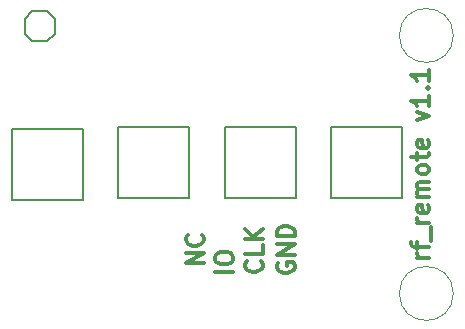
<source format=gbr>
G04 #@! TF.FileFunction,Legend,Top*
%FSLAX46Y46*%
G04 Gerber Fmt 4.6, Leading zero omitted, Abs format (unit mm)*
G04 Created by KiCad (PCBNEW 4.0.7-e2-6376~61~ubuntu18.04.1) date Tue Jul 31 19:09:39 2018*
%MOMM*%
%LPD*%
G01*
G04 APERTURE LIST*
%ADD10C,0.100000*%
%ADD11C,0.300000*%
%ADD12C,0.150000*%
%ADD13C,0.120000*%
%ADD14C,0.203200*%
G04 APERTURE END LIST*
D10*
D11*
X113478571Y-84092856D02*
X112478571Y-84092856D01*
X112764286Y-84092856D02*
X112621429Y-84021428D01*
X112550000Y-83949999D01*
X112478571Y-83807142D01*
X112478571Y-83664285D01*
X112478571Y-83378571D02*
X112478571Y-82807142D01*
X113478571Y-83164285D02*
X112192857Y-83164285D01*
X112050000Y-83092857D01*
X111978571Y-82949999D01*
X111978571Y-82807142D01*
X113621429Y-82664285D02*
X113621429Y-81521428D01*
X113478571Y-81164285D02*
X112478571Y-81164285D01*
X112764286Y-81164285D02*
X112621429Y-81092857D01*
X112550000Y-81021428D01*
X112478571Y-80878571D01*
X112478571Y-80735714D01*
X113407143Y-79664286D02*
X113478571Y-79807143D01*
X113478571Y-80092857D01*
X113407143Y-80235714D01*
X113264286Y-80307143D01*
X112692857Y-80307143D01*
X112550000Y-80235714D01*
X112478571Y-80092857D01*
X112478571Y-79807143D01*
X112550000Y-79664286D01*
X112692857Y-79592857D01*
X112835714Y-79592857D01*
X112978571Y-80307143D01*
X113478571Y-78950000D02*
X112478571Y-78950000D01*
X112621429Y-78950000D02*
X112550000Y-78878572D01*
X112478571Y-78735714D01*
X112478571Y-78521429D01*
X112550000Y-78378572D01*
X112692857Y-78307143D01*
X113478571Y-78307143D01*
X112692857Y-78307143D02*
X112550000Y-78235714D01*
X112478571Y-78092857D01*
X112478571Y-77878572D01*
X112550000Y-77735714D01*
X112692857Y-77664286D01*
X113478571Y-77664286D01*
X113478571Y-76735714D02*
X113407143Y-76878572D01*
X113335714Y-76950000D01*
X113192857Y-77021429D01*
X112764286Y-77021429D01*
X112621429Y-76950000D01*
X112550000Y-76878572D01*
X112478571Y-76735714D01*
X112478571Y-76521429D01*
X112550000Y-76378572D01*
X112621429Y-76307143D01*
X112764286Y-76235714D01*
X113192857Y-76235714D01*
X113335714Y-76307143D01*
X113407143Y-76378572D01*
X113478571Y-76521429D01*
X113478571Y-76735714D01*
X112478571Y-75807143D02*
X112478571Y-75235714D01*
X111978571Y-75592857D02*
X113264286Y-75592857D01*
X113407143Y-75521429D01*
X113478571Y-75378571D01*
X113478571Y-75235714D01*
X113407143Y-74164286D02*
X113478571Y-74307143D01*
X113478571Y-74592857D01*
X113407143Y-74735714D01*
X113264286Y-74807143D01*
X112692857Y-74807143D01*
X112550000Y-74735714D01*
X112478571Y-74592857D01*
X112478571Y-74307143D01*
X112550000Y-74164286D01*
X112692857Y-74092857D01*
X112835714Y-74092857D01*
X112978571Y-74807143D01*
X112478571Y-72450000D02*
X113478571Y-72092857D01*
X112478571Y-71735715D01*
X113478571Y-70378572D02*
X113478571Y-71235715D01*
X113478571Y-70807143D02*
X111978571Y-70807143D01*
X112192857Y-70950000D01*
X112335714Y-71092858D01*
X112407143Y-71235715D01*
X113335714Y-69735715D02*
X113407143Y-69664287D01*
X113478571Y-69735715D01*
X113407143Y-69807144D01*
X113335714Y-69735715D01*
X113478571Y-69735715D01*
X113478571Y-68235715D02*
X113478571Y-69092858D01*
X113478571Y-68664286D02*
X111978571Y-68664286D01*
X112192857Y-68807143D01*
X112335714Y-68950001D01*
X112407143Y-69092858D01*
X94378571Y-84578571D02*
X92878571Y-84578571D01*
X94378571Y-83721428D01*
X92878571Y-83721428D01*
X94235714Y-82149999D02*
X94307143Y-82221428D01*
X94378571Y-82435714D01*
X94378571Y-82578571D01*
X94307143Y-82792856D01*
X94164286Y-82935714D01*
X94021429Y-83007142D01*
X93735714Y-83078571D01*
X93521429Y-83078571D01*
X93235714Y-83007142D01*
X93092857Y-82935714D01*
X92950000Y-82792856D01*
X92878571Y-82578571D01*
X92878571Y-82435714D01*
X92950000Y-82221428D01*
X93021429Y-82149999D01*
X96878571Y-85285714D02*
X95378571Y-85285714D01*
X95378571Y-84285714D02*
X95378571Y-84000000D01*
X95450000Y-83857142D01*
X95592857Y-83714285D01*
X95878571Y-83642857D01*
X96378571Y-83642857D01*
X96664286Y-83714285D01*
X96807143Y-83857142D01*
X96878571Y-84000000D01*
X96878571Y-84285714D01*
X96807143Y-84428571D01*
X96664286Y-84571428D01*
X96378571Y-84642857D01*
X95878571Y-84642857D01*
X95592857Y-84571428D01*
X95450000Y-84428571D01*
X95378571Y-84285714D01*
X99235714Y-84392857D02*
X99307143Y-84464286D01*
X99378571Y-84678572D01*
X99378571Y-84821429D01*
X99307143Y-85035714D01*
X99164286Y-85178572D01*
X99021429Y-85250000D01*
X98735714Y-85321429D01*
X98521429Y-85321429D01*
X98235714Y-85250000D01*
X98092857Y-85178572D01*
X97950000Y-85035714D01*
X97878571Y-84821429D01*
X97878571Y-84678572D01*
X97950000Y-84464286D01*
X98021429Y-84392857D01*
X99378571Y-83035714D02*
X99378571Y-83750000D01*
X97878571Y-83750000D01*
X99378571Y-82535714D02*
X97878571Y-82535714D01*
X99378571Y-81678571D02*
X98521429Y-82321428D01*
X97878571Y-81678571D02*
X98735714Y-82535714D01*
X100650000Y-84542857D02*
X100578571Y-84685714D01*
X100578571Y-84900000D01*
X100650000Y-85114285D01*
X100792857Y-85257143D01*
X100935714Y-85328571D01*
X101221429Y-85400000D01*
X101435714Y-85400000D01*
X101721429Y-85328571D01*
X101864286Y-85257143D01*
X102007143Y-85114285D01*
X102078571Y-84900000D01*
X102078571Y-84757143D01*
X102007143Y-84542857D01*
X101935714Y-84471428D01*
X101435714Y-84471428D01*
X101435714Y-84757143D01*
X102078571Y-83828571D02*
X100578571Y-83828571D01*
X102078571Y-82971428D01*
X100578571Y-82971428D01*
X102078571Y-82257142D02*
X100578571Y-82257142D01*
X100578571Y-81899999D01*
X100650000Y-81685714D01*
X100792857Y-81542856D01*
X100935714Y-81471428D01*
X101221429Y-81399999D01*
X101435714Y-81399999D01*
X101721429Y-81471428D01*
X101864286Y-81542856D01*
X102007143Y-81685714D01*
X102078571Y-81899999D01*
X102078571Y-82257142D01*
D12*
X96190000Y-79000000D02*
X102190000Y-79000000D01*
X102190000Y-79000000D02*
X102190000Y-73000000D01*
X102190000Y-73000000D02*
X96190000Y-73000000D01*
X96190000Y-73000000D02*
X96190000Y-79000000D01*
D13*
X115519200Y-65278000D02*
G75*
G03X115519200Y-65278000I-2286000J0D01*
G01*
D14*
X81788000Y-63881000D02*
X81153000Y-63246000D01*
X81153000Y-63246000D02*
X79883000Y-63246000D01*
X79883000Y-63246000D02*
X79248000Y-63881000D01*
X79248000Y-63881000D02*
X79248000Y-65151000D01*
X79248000Y-65151000D02*
X79883000Y-65786000D01*
X79883000Y-65786000D02*
X81153000Y-65786000D01*
X81153000Y-65786000D02*
X81788000Y-65151000D01*
X81788000Y-65151000D02*
X81788000Y-63881000D01*
D13*
X115519200Y-87122000D02*
G75*
G03X115519200Y-87122000I-2286000J0D01*
G01*
D12*
X78156000Y-79203000D02*
X84156000Y-79203000D01*
X84156000Y-79203000D02*
X84156000Y-73203000D01*
X84156000Y-73203000D02*
X78156000Y-73203000D01*
X78156000Y-73203000D02*
X78156000Y-79203000D01*
X87173000Y-79000000D02*
X93173000Y-79000000D01*
X93173000Y-79000000D02*
X93173000Y-73000000D01*
X93173000Y-73000000D02*
X87173000Y-73000000D01*
X87173000Y-73000000D02*
X87173000Y-79000000D01*
X105207000Y-79000000D02*
X111207000Y-79000000D01*
X111207000Y-79000000D02*
X111207000Y-73000000D01*
X111207000Y-73000000D02*
X105207000Y-73000000D01*
X105207000Y-73000000D02*
X105207000Y-79000000D01*
M02*

</source>
